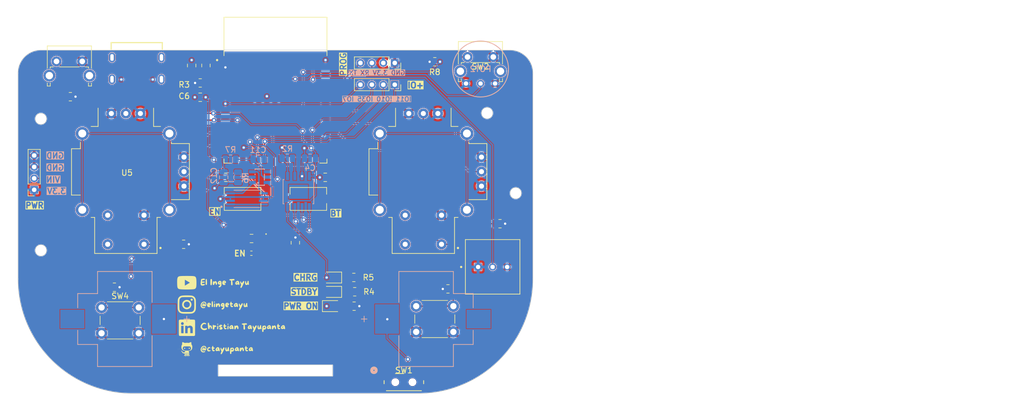
<source format=kicad_pcb>
(kicad_pcb (version 20240108) (generator "pcbnew") (generator_version "8.0")
  (layers (0 "F.Cu" signal) (31 "B.Cu" signal) (34 "B.Paste" user) (35 "F.Paste" user) (36 "B.SilkS" user "B.Silkscreen") (37 "F.SilkS" user "F.Silkscreen") (38 "B.Mask" user) (39 "F.Mask" user) (44 "Edge.Cuts" user))
  (net 0 "")
  (net 1 "VIN")
  (net 2 "GND")
  (net 3 "BT")
  (net 4 "+3.3V")
  (net 5 "EN")
  (net 6 "Net-(D1-A)")
  (net 7 "RX")
  (net 8 "TX")
  (net 9 "Net-(U2-PROG)")
  (net 10 "Net-(U2-*STDBY)")
  (net 11 "IO13")
  (net 12 "IO15")
  (net 13 "IO12")
  (net 14 "Net-(IC1-VCC)")
  (net 15 "Net-(U2-*CHRG)")
  (net 16 "IO35")
  (net 17 "Net-(IC1-OD)")
  (net 18 "Net-(IC1-CS)")
  (net 19 "Net-(IC1-OC)")
  (net 21 "Net-(Q1-Pad1)")
  (net 23 "IO5")
  (net 24 "IO6")
  (net 41 "unconnected-(U4-SHIELD-PadS1)")
  (net 42 "Net-(CHRG1-A)")
  (net 43 "Net-(CHRG1-K)")
  (net 44 "Net-(STDBY1-K)")
  (net 45 "IO10")
  (net 46 "IO11")
  (net 47 "IO40")
  (net 48 "IO38")
  (net 49 "IO37")
  (net 50 "IO8")
  (net 51 "IO7")
  (net 52 "IO17")
  (net 53 "IO18")
  (net 54 "IO9")
  (net 57 "unconnected-(U5-SHIELD-PadS1)")
  (net 64 "Net-(U1-EN)")
  (footprint "POT-COM_09806:POT-COM_09806" (layer "F.Cu") (at 114.11 119.665)
    (property "Reference" "POT1" (hide yes))
    (property "Value" "COM-09806" (hide yes))
  )
  (footprint "Connector_PinSocket_2.00mm:PinSocket_1x04_P2.00mm_Vertical" (layer "F.Cu") (at 97 84 -90)
    (property "Reference" "J4" (hide yes))
    (property "Value" "PROG" (hide yes))
  )
  (footprint "POT-COM-09032:POT-COM-09032" (layer "F.Cu") (at 102 103 180)
    (property "Reference" "U4" (hide yes))
    (property "Value" "COM-09032" (hide yes))
  )
  (footprint "Button_Switch_THT:SW_PUSH_6mm_H4.3mm" (layer "F.Cu") (at 100.75 126.515)
    (property "Reference" "SW5" (hide yes))
    (property "Value" "SW_Push" (hide yes))
  )
  (footprint "Capacitor_SMD:C_0805_2012Metric" (layer "F.Cu") (at 63 90)
    (property "Reference" "C6")
    (property "Value" "0.1uf" (hide yes))
  )
  (footprint "Resistor_SMD:R_0805_2012Metric" (layer "F.Cu") (at 115.4 112.1 180)
    (property "Reference" "R12" (hide yes))
    (property "Value" "4.7k" (hide yes))
  )
  (footprint "LED_SMD:LED_0805_2012Metric" (layer "F.Cu") (at 86.0375 124.015 180)
    (property "Reference" "STDBY1" (hide yes))
    (property "Value" "G 1K" (hide yes))
  )
  (footprint "MIC5504-1.8YM5-TR:SOT23-5P95_280X145XL45X37N" (layer "F.Cu") (at 76.21 115.41)
    (property "Reference" "U1" (hide yes))
    (property "Value" "MIC5504-1.8YM5-TR" (hide yes))
  )
  (footprint "LED_SMD:LED_0805_2012Metric" (layer "F.Cu") (at 86.0375 126.515)
    (property "Reference" "D1" (hide yes))
    (property "Value" "PWR ON" (hide yes))
  )
  (footprint "Resistor_SMD:R_0402_1005Metric" (layer "F.Cu") (at 71.94 117.26)
    (property "Reference" "R14" (hide yes))
    (property "Value" "R" (hide yes))
  )
  (footprint "Button_Switch_THT:SW_Tactile_SPST_Angled_PTS645Vx83-2LFS" (layer "F.Cu") (at 37.875 83.7275)
    (property "Reference" "SW3" (hide yes))
    (property "Value" "SW_Push" (hide yes))
  )
  (footprint "Capacitor_SMD:C_0805_2012Metric" (layer "F.Cu") (at 79.63 115.43 -90)
    (property "Reference" "C1" (hide yes))
    (property "Value" "1uF" (hide yes))
  )
  (footprint "Capacitor_SMD:C_0805_2012Metric" (layer "F.Cu") (at 84.85 104 180)
    (property "Reference" "C10" (hide yes))
    (property "Value" "0.1uf" (hide yes))
  )
  (footprint "Capacitor_SMD:C_0805_2012Metric" (layer "F.Cu") (at 71.97 114.69 180)
    (property "Reference" "C2" (hide yes))
    (property "Value" "1uF" (hide yes))
  )
  (footprint "Resistor_SMD:R_0805_2012Metric" (layer "F.Cu") (at 60.1 115.7 180)
    (property "Reference" "R13" (hide yes))
    (property "Value" "4.7k" (hide yes))
  )
  (footprint "Connector_PinSocket_2.00mm:PinSocket_1x04_P2.00mm_Vertical" (layer "F.Cu") (at 97 87.8 -90)
    (property "Reference" "J3" (hide yes))
    (property "Value" "IO+" (hide yes))
  )
  (footprint "LED_SMD:LED_0805_2012Metric" (layer "F.Cu") (at 86.0375 121.515 180)
    (property "Reference" "CHRG1" (hide yes))
    (property "Value" "R 1K" (hide yes))
  )
  (footprint "Capacitor_SMD:C_0805_2012Metric" (layer "F.Cu") (at 67.5 104 180)
    (property "Reference" "C9" (hide yes))
    (property "Value" "0.1uf" (hide yes))
  )
  (footprint "Capacitor_SMD:C_0805_2012Metric" (layer "F.Cu") (at 61.5 84.45 -90)
    (property "Reference" "C8" (hide yes))
    (property "Value" "0.1uf" (hide yes))
  )
  (footprint "Resistor_SMD:R_0805_2012Metric" (layer "F.Cu") (at 90 124 180)
    (property "Reference" "R4")
    (property "Value" "1k")
  )
  (footprint "Resistor_SMD:R_0805_2012Metric" (layer "F.Cu") (at 104 83.8)
    (property "Reference" "R8")
    (property "Value" "4.7k" (hide yes))
  )
  (footprint "Resistor_SMD:R_0805_2012Metric" (layer "F.Cu") (at 40.3 89.9 180)
    (property "Reference" "R9" (hide yes))
    (property "Value" "4.7k" (hide yes))
  )
  (footprint "Button_Switch_SMD:SW_Tactile_SPST_NO_Straight_CK_PTS636Sx25SMTRLFS" (layer "F.Cu") (at 81.9 107.765)
    (property "Reference" "BT3" (hide yes))
    (property "Value" "SW_Push" (hide yes))
  )
  (footprint "Connector_PinSocket_2.00mm:PinSocket_1x04_P2.00mm_Vertical" (layer "F.Cu") (at 33.975 106.175 180)
    (property "Reference" "J1" (hide yes))
    (property "Value" "PW" (hide yes))
  )
  (footprint "POT-COM-09032:POT-COM-09032" (layer "F.Cu") (at 50 103 180)
    (property "Reference" "U5")
    (property "Value" "COM-09032")
  )
  (footprint "Button_Switch_THT:SW_PUSH_6mm_H4.3mm" (layer "F.Cu") (at 45.75 126.75)
    (property "Reference" "SW4")
    (property "Value" "SW_Push")
  )
  (footprint "USB-C-GCT_USB4125-GF-A:GCT_USB4125-GF-A_REVA2" (layer "F.Cu") (at 51.9 83.85 180)
    (property "Reference" "J5" (hide yes))
    (property "Value" "USB4125-GF-A_REVA2" (hide yes))
  )
  (footprint "Button_Switch_SMD:SW_Tactile_SPST_NO_Straight_CK_PTS636Sx25SMTRLFS" (layer "F.Cu") (at 70.4 107.765)
    (property "Reference" "EN1" (hide yes))
    (property "Value" "SW_Push" (hide yes))
  )
  (footprint "Resistor_SMD:R_0805_2012Metric" (layer "F.Cu") (at 63 87.5)
    (property "Reference" "R3")
    (property "Value" "10K" (hide yes))
  )
  (footprint "SW-SLIDE:SLW-66527511-SMT-TR_CUD" (layer "F.Cu") (at 98.6 139.8)
    (property "Reference" "SW1")
    (property "Value" "SLW-66527511-SMT-TR")
  )
  (footprint "Symbol:REDES-SOCIALES-EIT" (layer "F.Cu") (at 68.427361 128.784616)
    (property "Reference" "G***" (hide yes))
    (property "Value" "LOGO" (hide yes))
  )
  (footprint "Resistor_SMD:R_0805_2012Metric" (layer "F.Cu") (at 89.9 126.515 180)
    (property "Reference" "R1" (hide yes))
    (property "Value" "330" (hide yes))
  )
  (footprint "Resistor_SMD:R_0805_2012Metric" (layer "F.Cu") (at 106.3 123.5)
    (property "Reference" "R11" (hide yes))
    (property "Value" "4.7k" (hide yes))
  )
  (footprint "Resistor_SMD:R_0805_2012Metric" (layer "F.Cu") (at 48 123.2 180)
    (property "Reference" "R10" (hide yes))
    (property "Value" "4.7k" (hide yes))
  )
  (footprint "Capacitor_SMD:C_0805_2012Metric" (layer "F.Cu") (at 64 84.45 -90)
    (property "Reference" "C7" (hide yes))
    (property "Value" "0.1uf" (hide yes))
  )
  (footprint "ESP32-S3:ESP32-S3-WROOM-1-N8R8" (layer "F.Cu") (at 76.15 88.765)
    (property "Reference" "U3" (hide yes))
    (property "Value" "ESP32-S3-WROOM-1-N8R8" (hide yes))
  )
  (footprint "Resistor_SMD:R_0805_2012Metric" (layer "F.Cu") (at 89.85 121.5 180)
    (property "Reference" "R5")
    (property "Value" "1k")
  )
  (footprint "Button_Switch_THT:SW_Tactile_SPST_Angled_PTS645Vx83-2LFS" (layer "F.Cu") (at 109.725 82.9625)
    (property "Reference" "SW2")
    (property "Value" "SW_Push")
  )
  (footprint "THUMBWHEELPOT1K:THUMBWHEEL POT 1K" (layer "B.Cu") (at 114.54 87.6 180)
    (property "Reference" "POT2")
    (property "Value" "91AR1KLF")
  )
  (footprint "Capacitor_SMD:C_0805_2012Metric" (layer "B.Cu") (at 67.1 104 -90)
    (property "Reference" "C12")
    (property "Value" "10uF" (hide yes))
  )
  (footprint "TP4056:TP4056" (layer "B.Cu") (at 80.165 106.5 -90)
    (property "Reference" "U2" (hide yes))
    (property "Value" "TP4056" (hide yes))
  )
  (footprint "BAT_254TR:BAT_254TR" (layer "B.Cu") (at 103.655 128.765)
    (property "Reference" "BT2" (hide yes))
    (property "Value" "254TR" (hide yes))
  )
  (footprint "Resistor_SMD:R_0805_2012Metric" (layer "B.Cu") (at 69.6 104 -90)
    (property "Reference" "R6")
    (property "Value" "1K")
  )
  (footprint "FS8205A:SOP65P640X120-8N" (layer "B.Cu") (at 71.15 107.765)
    (property "Reference" "Q1" (hide yes))
    (property "Value" "FS8205A" (hide yes))
  )
  (footprint "Capacitor_SMD:C_0805_2012Metric" (layer "B.Cu") (at 73.2 100.825)
    (property "Reference" "C11")
    (property "Value" "0.1uF")
  )
  (footprint "Capacitor_SMD:C_0805_2012Metric" (layer "B.Cu") (at 82.2 100.665)
    (property "Reference" "C4")
    (property "Value" "10uF" (hide yes))
  )
  (footprint "BAT_254TR:BAT_254TR" (layer "B.Cu") (at 48.645 128.765 180)
    (property "Reference" "BT1" (hide yes))
    (property "Value" "254TR" (hide yes))
  )
  (footprint "Resistor_SMD:R_0805_2012Metric" (layer "B.Cu") (at 78.214846 100.665 180)
    (property "Reference" "R2")
    (property "Value" "1,2K" (hide yes))
  )
  (footprint "DW01A:DW01A SOT23-6" (layer "B.Cu") (at 73.4 103.965 90)
    (property "Reference" "IC1" (hide yes))
    (property "Value" "DW01A" (hide yes))
    (property "VALUE" "DW01A" (hide yes))
  )
  (footprint "Resistor_SMD:R_0805_2012Metric" (layer "B.Cu") (at 68.3 100.825 180)
    (property "Reference" "R7")
    (property "Value" "100")
  )
  (gr_line (start 86.15 138.765) (end 86.15 136.765) (stroke (width 0.1)) (layer "Edge.Cuts"))
  (gr_circle (center 118.15 106.765) (end 119.15 106.765) (stroke (width 0.1)) (fill none) (layer "Edge.Cuts"))
  (gr_line (start 66.15 136.765) (end 86.15 136.765) (stroke (width 0.1)) (layer "Edge.Cuts"))
  (gr_line (start 121.15 121.765) (end 121.15 85.765) (stroke (width 0.1)) (layer "Edge.Cuts"))
  (gr_arc (start 121.15 121.765) (mid 115.292136 135.907136) (end 101.15 141.765) (stroke (width 0.1)) (layer "Edge.Cuts"))
  (gr_arc (start 31.15 85.765) (mid 32.321573 82.936573) (end 35.15 81.765) (stroke (width 0.1)) (layer "Edge.Cuts"))
  (gr_line (start 66.15 138.765) (end 86.15 138.765) (stroke (width 0.1)) (layer "Edge.Cuts"))
  (gr_arc (start 117.15 81.765) (mid 119.978427 82.936573) (end 121.15 85.765) (stroke (width 0.1)) (layer "Edge.Cuts"))
  (gr_arc (start 51.15 141.765) (mid 37.007864 135.907136) (end 31.15 121.765) (stroke (width 0.1)) (layer "Edge.Cuts"))
  (gr_line (start 35.15 81.765) (end 117.15 81.765) (stroke (width 0.1)) (layer "Edge.Cuts"))
  (gr_circle (center 113.15 92.765) (end 114.15 92.765) (stroke (width 0.1)) (fill none) (layer "Edge.Cuts"))
  (gr_line (start 66.15 136.765) (end 66.15 138.765) (stroke (width 0.1)) (layer "Edge.Cuts"))
  (gr_circle (center 35.15 93.765) (end 36.15 93.765) (stroke (width 0.1)) (fill none) (layer "Edge.Cuts"))
  (gr_circle (center 35.15 116.765) (end 36.15 116.765) (stroke (width 0.1)) (fill none) (layer "Edge.Cuts"))
  (gr_line (start 31.15 85.765) (end 31.15 121.765) (stroke (width 0.1)) (layer "Edge.Cuts"))
  (gr_line (start 51.15 141.765) (end 101.15 141.765) (stroke (width 0.1)) (layer "Edge.Cuts"))
  (gr_text "GND 3.3V RX TX" (at 98.9 86.2 0) (layer "B.SilkS" knockout) (effects (font (size 0.8 0.8) (thickness 0.15) (bold yes)) (justify left bottom mirror)))
  (gr_text "3.3V" (at 39.638094 107 0) (layer "B.SilkS" knockout) (effects (font (size 1 1) (thickness 0.2) (bold yes)) (justify left bottom mirror)))
  (gr_text "GND" (at 39.3 100.8 0) (layer "B.SilkS" knockout) (effects (font (size 1 1) (thickness 0.2) (bold yes)) (justify left bottom mirror)))
  (gr_text "GND" (at 39.3 102.9 0) (layer "B.SilkS" knockout) (effects (font (size 1 1) (thickness 0.2) (bold yes)) (justify left bottom mirror)))
  (gr_text "IO11 IO10 IO35 IO7" (at 100 90.8 0) (layer "B.SilkS" knockout) (effects (font (size 0.8 0.8) (thickness 0.15) (bold yes)) (justify left bottom mirror)))
  (gr_text "VIN" (at 38.6 105 0) (layer "B.SilkS" knockout) (effects (font (size 1 1) (thickness 0.2) (bold yes)) (justify left bottom mirror)))
  (gr_text "PWR" (at 32.3 109.5 0) (layer "F.SilkS" knockout) (effects (font (size 1 1) (thickness 0.25) (bold yes)) (justify left bottom)))
  (gr_text "IO+" (at 99.1 88.5 0) (layer "F.SilkS" knockout) (effects (font (size 1 1) (thickness 0.25) (bold yes)) (justify left bottom)))
  (gr_text "EN" (at 68.82 117.88 0) (layer "F.SilkS") (effects (font (size 1 1) (thickness 0.2) (bold yes)) (justify left bottom)))
  (gr_text "EN" (at 64.4 110.6 0) (layer "F.SilkS" knockout) (effects (font (size 1 1) (thickness 0.25) (bold yes)) (justify left bottom)))
  (gr_text "PWR ON" (at 77.4 127.1 0) (layer "F.SilkS" knockout) (effects (font (size 1 1) (thickness 0.25) (bold yes)) (justify left bottom)))
  (gr_text "STDBY" (at 78.7 124.6 0) (layer "F.SilkS" knockout) (effects (font (size 1 1) (thickness 0.25) (bold yes)) (justify left bottom)))
  (gr_text "BT" (at 85.6 110.9 0) (layer "F.SilkS" knockout) (effects (font (size 1 1) (thickness 0.25) (bold yes)) (justify left bottom)))
  (gr_text "CHRG" (at 79.2 122.1 0) (layer "F.SilkS" knockout) (effects (font (size 1 1) (thickness 0.25) (bold yes)) (justify left bottom)))
  (gr_text "PROG" (at 88.6 86.4 90) (layer "F.SilkS" knockout) (effects (font (size 1 1) (thickness 0.2) (bold yes)) (justify left bottom)))
  (segment (start 33.975 104.175) (end 36.175 104.175) (width 0.25) (layer "F.Cu") (net 1))
  (segment (start 38.2 114.7) (end 42.6 119.1) (width 0.25) (layer "F.Cu") (net 1))
  (segment (start 71.43 117.26) (end 71.43 118.76) (width 0.25) (layer "F.Cu") (net 1))
  (segment (start 67.1 118.67) (end 66.67 119.1) (width 0.25) (layer "F.Cu") (net 1))
  (segment (start 67.1 118.67) (end 67.1 119.03) (width 0.25) (layer "F.Cu") (net 1))
  (segment (start 75.07 114.46) (end 75.66 114.46) (width 0.25) (layer "F.Cu") (net 1))
  (segment (start 67.1 118.67) (end 67.53 119.1) (width 0.25) (layer "F.Cu") (net 1))
  (segment (start 71.11 119.1) (end 71.45 119.1) (width 0.25) (layer "F.Cu") (net 1))
  (segment (start 99.3 137.678399) (end 99.350001 137.7284) (width 0.25) (layer "F.Cu") (net 1))
  (segment (start 67.1 112.3) (end 67.1 118.67) (width 0.25) (layer "F.Cu") (net 1))
  (segment (start 71.43 118.76) (end 71.76 119.09) (width 0.25) (layer "F.Cu") (net 1))
  (segment (start 67.56 119.1) (end 71.11 119.1) (width 0.25) (layer "F.Cu") (net 1))
  (segment (start 75.66 114.46) (end 76.9 113.22) (width 0.25) (layer "F.Cu") (net 1))
  (segment (start 71.43 119.08) (end 71.45 119.1) (width 0.25) (layer "F.Cu") (net 1))
  (segment (start 73.15 114.46) (end 72.92 114.69) (width 0.25) (layer "F.Cu") (net 1))
  (segment (start 42.6 119.1) (end 66.67 119.1) (width 0.25) (layer "F.Cu") (net 1))
  (segment (start 71.45 119.1) (end 71.76 119.1) (width 0.25) (layer "F.Cu") (net 1))
  (segment (start 91.6 132.9) (end 96.349999 137.649999) (width 0.25) (layer "F.Cu") (net 1))
  (segment (start 71.43 118.76) (end 71.43 119.08) (width 0.25) (layer "F.Cu") (net 1))
  (segment (start 71.76 119.1) (end 72.74 119.1) (width 0.25) (layer "F.Cu") (net 1))
  (segment (start 71.43 118.76) (end 71.11 119.08) (width 0.25) (layer "F.Cu") (net 1))
  (segment (start 67.03 119.1) (end 67.56 119.1) (width 0.25) (layer "F.Cu") (net 1))
  (segment (start 96.349999 137.649999) (end 96.349999 137.7284) (width 0.25) (layer "F.Cu") (net 1))
  (segment (start 36.175 104.175) (end 38.2 106.2) (width 0.25) (layer "F.Cu") (net 1))
  (segment (start 82.03 113.22) (end 82.07 113.26) (width 0.25) (layer "F.Cu") (net 1))
  (segment (start 76.9 113.22) (end 82.03 113.22) (width 0.25) (layer "F.Cu") (net 1))
  (segment (start 75.07 114.46) (end 73.15 114.46) (width 0.25) (layer "F.Cu") (net 1))
  (segment (start 74.32 120.68) (end 74.32 128.42) (width 0.25) (layer "F.Cu") (net 1))
  (segment (start 38.2 106.2) (end 38.2 114.7) (width 0.25) (layer "F.Cu") (net 1))
  (segment (start 71.76 119.09) (end 71.76 119.1) (width 0.25) (layer "F.Cu") (net 1))
  (segment (start 71.11 119.08) (end 71.11 119.1) (width 0.25) (layer "F.Cu") (net 1))
  (segment (start 99.3 135.8) (end 99.3 137.678399) (width 0.25) (layer "F.Cu") (net 1))
  (segment (start 72.74 119.1) (end 74.32 120.68) (width 0.25) (layer "F.Cu") (net 1))
  (segment (start 78.8 132.9) (end 91.6 132.9) (width 0.25) (layer "F.Cu") (net 1))
  (segment (start 67.1 119.03) (end 67.03 119.1) (width 0.25) (layer "F.Cu") (net 1))
  (segment (start 66.67 119.1) (end 67.03 119.1) (width 0.25) (layer "F.Cu") (net 1))
  (segment (start 96.349999 137.7284) (end 99.350001 137.7284) (width 0.25) (layer "F.Cu") (net 1))
  (segment (start 70.53 112.3) (end 72.92 114.69) (width 0.25) (layer "F.Cu") (net 1))
  (segment (start 67.1 112.3) (end 70.53 112.3) (width 0.25) (layer "F.Cu") (net 1))
  (segment (start 67.2 112.2) (end 67.1 112.3) (width 0.25) (layer "F.Cu") (net 1))
  (segment (start 67.53 119.1) (end 67.56 119.1) (width 0.25) (layer "F.Cu") (net 1))
  (segment (start 74.32 128.42) (end 78.8 132.9) (width 0.25) (layer "F.Cu") (net 1))
  (via (at 99.3 135.8) (size 0.8) (drill 0.4) (layers "F.Cu" "B.Cu") (net 1))
  (via (at 67.1 112.3) (size 0.8) (drill 0.4) (layers "F.Cu" "B.Cu") (net 1))
  (via (at 82.07 113.26) (size 0.8) (drill 0.4) (layers "F.Cu" "B.Cu") (net 1))
  (via (at 95.7 128.8) (size 0.8) (drill 0.4) (layers "F.Cu" "B.Cu") (net 1))
  (segment (start 64.3 109.5) (end 64.3 104.3) (width 0.25) (layer "B.Cu") (net 1))
  (segment (start 67.1 101.1125) (end 67.3875 100.825) (width 0.25) (layer "B.Cu") (net 1))
  (segment (start 64.3 104.3) (end 65.55 103.05) (width 0.25) (layer "B.Cu") (net 1))
  (segment (start 67.1 103.05) (end 67.1 101.1125) (width 0.25) (layer "B.Cu") (net 1))
  (segment (start 95.65 132.15) (end 95.65 128.765) (width 0.25) (layer "B.Cu") (net 1))
  (segment (start 99.3 135.8) (end 95.65 132.15) (width 0.25) (layer "B.Cu") (net 1))
  (segment (start 82.07 113.26) (end 82.07 109.22415) (width 0.25) (layer "B.Cu") (net 1))
  (segment (start 67.1 112.3) (end 64.3 109.5) (width 0.25) (layer "B.Cu") (net 1))
  (segment (start 65.55 103.05) (end 67.1 103.05) (width 0.25) (layer "B.Cu") (net 1))
  (segment (start 80.8 103.8) (end 78.025 106.575) (width 0.25) (layer "F.Cu") (net 2))
  (segment (start 67.4 83.505) (end 64.005 83.505) (width 0.25) (layer "F.Cu") (net 2))
  (segment (start 64.005 83.505) (end 64 83.5) (width 0.25) (layer "F.Cu") (net 2))
  (segment (start 64 83.5) (end 61.5 83.5) (width 0.25) (layer "F.Cu") (net 2))
  (segment (start 78.025 106.575) (end 78.025 107.765) (width 0.25) (layer "F.Cu") (net 2))
  (segment (start 74.65 91.225) (end 74.65 89.825) (width 0.25) (layer "F.Cu") (net 2))
  (via (at 65.5 105.9) (size 0.8) (drill 0.4) (layers "F.Cu" "B.Cu") (net 2))
  (via (at 80.8 103.8) (size 0.8) (drill 0.4) (layers "F.Cu" "B.Cu") (net 2))
  (via (at 85.1 126.515) (size 0.8) (drill 0.4) (layers "F.Cu" "B.Cu") (net 2))
  (via (at 56.65 128.765) (size 0.8) (drill 0.4) (layers "F.Cu" "B.Cu") (net 2))
  (via (at 84.9 83.5) (size 0.8) (drill 0.4) (layers "F.Cu" "B.Cu") (net 2))
  (via (at 83.9 104) (size 0.8) (drill 0.4) (layers "F.Cu" "B.Cu") (net 2))
  (via (at 54.7 86.9) (size 0.8) (drill 0.4) (layers "F.Cu" "B.Cu") (net 2))
  (via (at 81.2 98.9) (size 0.8) (drill 0.4) (layers "F.Cu" "B.Cu") (net 2))
  (via (at 62.05 90) (size 0.8) (drill 0.4) (layers "F.Cu" "B.Cu") (net 2))
  (via (at 70.6 98.8) (size 0.8) (drill 0.4) (layers "F.Cu" "B.Cu") (net 2))
  (via (at 74.65 89.825) (size 0.8) (drill 0.4) (layers "F.Cu" "B.Cu") (net 2))
  (via (at 77.3 98.8) (size 0.8) (drill 0.4) (layers "F.Cu" "B.Cu") (net 2))
  (via (at 66.525 107.765) (size 0.8) (drill 0.4) (layers "F.Cu" "B.Cu") (net 2))
  (via (at 49.2 86.9) (size 0.8) (drill 0.4) (layers "F.Cu" "B.Cu") (net 2))
  (via (at 61.5 83.5) (size 0.8) (drill 0.4) (layers "F.Cu" "B.Cu") (net 2))
  (segment (start 75.6 107.2) (end 75.6 105.815) (width 0.25) (layer "B.Cu") (net 2))
  (segment (start 74.088604 100.825) (end 72.063604 98.8) (width 0.25) (layer "B.Cu") (net 2))
  (segment (start 74.03 107.44) (end 68.27 107.44) (width 0.25) (layer "B.Cu") (net 2))
  (segment (start 75.6 105.815) (end 74.7 104.915) (width 0.25) (layer "B.Cu") (net 2))
  (segment (start 77.302346 98.802346) (end 77.3 98.8) (width 0.25) (layer "B.Cu") (net 2))
  (segment (start 68.27 108.09) (end 68.27 107.44) (width 0.25) (layer "B.Cu") (net 2))
  (segment (start 78.26 103.77585) (end 78.26 101.622654) (width 0.25) (layer "B.Cu") (net 2))
  (segment (start 67.1 104.95) (end 66.45 104.95) (width 0.25) (layer "B.Cu") (net 2))
  (segment (start 66.85 107.44) (end 66.525 107.765) (width 0.25) (layer "B.Cu") (net 2))
  (segment (start 74.03 107.44) (end 74.03 108.09) (width 0.25) (layer "B.Cu") (net 2))
  (segment (start 80.8 103.8) (end 80.8 101.115) (width 0.25) (layer "B.Cu") (net 2))
  (segment (start 81.25 98.95) (end 81.2 98.9) (width 0.25) (layer "B.Cu") (net 2))
  (segment (start 74.15 100.825) (end 74.088604 100.825) (width 0.25) (layer "B.Cu") (net 2))
  (segment (start 74.03 107.44) (end 75.36 107.44) (width 0.25) (layer "B.Cu") (net 2))
  (segment (start 69.6 104.9125) (end 67.1375 104.9125) (width 0.25) (layer "B.Cu") (net 2))
  (segment (start 75.36 107.44) (end 75.6 107.2) (width 0.25) (layer "B.Cu") (net 2))
  (segment (start 81.25 100.665) (end 81.25 98.95) (width 0.25) (layer "B.Cu") (net 2))
  (segment (start 80.8 101.115) (end 81.25 100.665) (width 0.25) (layer "B.Cu") (net 2))
  (segment (start 72.063604 98.8) (end 70.6 98.8) (width 0.25) (layer "B.Cu") (net 2))
  (segment (start 67.1375 104.9125) (end 67.1 104.95) (width 0.25) (layer "B.Cu") (net 2))
  (segment (start 80.8 103.77585) (end 80.8 103.8) (width 0.25) (layer "B.Cu") (net 2))
  (segment (start 66.45 104.95) (end 65.5 105.9) (width 0.25) (layer "B.Cu") (net 2))
  (segment (start 77.302346 100.665) (end 77.302346 98.802346) (width 0.25) (layer "B.Cu") (net 2))
  (segment (start 68.27 107.44) (end 66.85 107.44) (width 0.25) (layer "B.Cu") (net 2))
  (segment (start 78.26 101.622654) (end 77.302346 100.665) (width 0.25) (layer "B.Cu") (net 2))
  (segment (start 85.8 107.74) (end 85.775 107.765) (width 0.25) (layer "F.Cu") (net 3))
  (segment (start 85.8 104) (end 85.8 100.915) (width 0.25) (layer "F.Cu") (net 3))
  (segment (start 85.8 100.915) (end 84.9 100.015) (width 0.25) (layer "F.Cu") (net 3))
  (segment (start 85.8 104) (end 85.8 107.74) (width 0.25) (layer "F.Cu") (net 3))
  (segment (start 61.5 86.9125) (end 62.0875 87.5) (width 0.25) (layer "F.Cu") (net 4))
  (segment (start 64.625 84.775) (end 64 85.4) (width 0.25) (layer "F.Cu") (net 4))
  (segment (start 79.64 114.51) (end 79.64 114.49) (width 0.25) (layer "F.Cu") (net 4))
  (segment (start 62.0875 87.5) (end 62.1 87.5) (width 0.25) (layer "F.Cu") (net 4))
  (segment (start 67.4 84.775) (end 64.625 84.775) (width 0.25) (layer "F.Cu") (net 4))
  (segment (start 61.5 85.4) (end 64 85.4) (width 0.25) (layer "F.Cu") (net 4))
  (segment (start 79.64 114.49) (end 79.61 114.46) (width 0.25) (layer "F.Cu") (net 4))
  (segment (start 61.5 85.4) (end 61.5 86.9125) (width 0.25) (layer "F.Cu") (net 4))
  (segment (start 79.64 114.49) (end 79.63 114.48) (width 0.25) (layer "F.Cu") (net 4))
  (segment (start 79.61 114.46) (end 77.35 114.46) (width 0.25) (layer "F.Cu") (net 4))
  (segment (start 62.1 87.5) (end 62.1 87.5125) (width 0.25) (layer "F.Cu") (net 4))
  (segment (start 62.1 87.5125) (end 62.0875 87.5) (width 0.25) (layer "F.Cu") (net 4))
  (via (at 48.9 123.2) (size 0.8) (drill 0.4) (layers "F.Cu" "B.Cu") (net 4))
  (via (at 62.1 87.5) (size 0.8) (drill 0.4) (layers "F.Cu" "B.Cu") (net 4))
  (via (at 103.1 83.8) (size 0.8) (drill 0.4) (layers "F.Cu" "B.Cu") (net 4))
  (via (at 41.2 89.9) (size 0.8) (drill 0.4) (layers "F.Cu" "B.Cu") (net 4))
  (via (at 105.4 123.51) (size 0.8) (drill 0.4) (layers "F.Cu" "B.Cu") (net 4))
  (via (at 61.0125 115.7) (size 0.8) (drill 0.4) (layers "F.Cu" "B.Cu") (net 4))
  (via (at 67.4 84.775) (size 0.8) (drill 0.4) (layers "F.Cu" "B.Cu") (net 4))
  (via (at 116.3 112.1) (size 0.8) (drill 0.4) (layers "F.Cu" "B.Cu") (net 4))
  (via (at 90.8125 126.515) (size 0.8) (drill 0.4) (layers "F.Cu" "B.Cu") (net 4))
  (via (at 79.64 114.51) (size 0.8) (drill 0.4) (layers "F.Cu" "B.Cu") (net 4))
  (segment (start 67 115.7) (end 61.0125 115.7) (width 0.25) (layer "B.Cu") (net 4))
  (segment (start 69.74 112.96) (end 67 115.7) (width 0.25) (layer "B.Cu") (net 4))
  (segment (start 78.09 112.96) (end 69.74 112.96) (width 0.25) (layer "B.Cu") (net 4))
  (segment (start 79.64 114.51) (end 78.09 112.96) (width 0.25) (layer "B.Cu") (net 4))
  (segment (start 65.3675 86.045) (end 63.9125 87.5) (width 0.25) (layer "F.Cu") (net 5))
  (segment (start 71.4 104) (end 68.45 104) (width 0.25) (layer "F.Cu") (net 5))
  (segment (start 63.9125 89.9625) (end 63.95 90) (width 0.25) (layer "F.Cu") (net 5))
  (segment (start 65.375 100.925) (end 68.45 104) (width 0.25) (layer "F.Cu") (net 5))
  (segment (start 74.275 107.765) (end 74.275 106.875) (width 0.25) (layer "F.Cu") (net 5))
  (segment (start 63.9125 87.5) (end 63.9125 89.9625) (width 0.25) (layer "F.Cu") (net 5))
  (segment (start 67.4 86.045) (end 65.3675 86.045) (width 0.25) (layer "F.Cu") (net 5))
  (segment (start 74.275 106.875) (end 71.4 104) (width 0.25) (layer "F.Cu") (net 5))
  (via (at 63.95 90) (size 0.8) (drill 0.4) (layers "F.Cu" "B.Cu") (net 5))
  (via (at 65.375 100.925) (size 0.8) (drill 0.4) (layers "F.Cu" "B.Cu") (net 5))
  (segment (start 64.5 100.05) (end 64.5 90.55) (width 0.25) (layer "B.Cu") (net 5))
  (segment (start 65.375 100.925) (end 64.5 100.05) (width 0.25) (layer "B.Cu") (net 5))
  (segment (start 64.5 90.55) (end 63.95 90) (width 0.25) (layer "B.Cu") (net 5))
  (segment (start 86.975 126.515) (end 88.9875 126.515) (width 0.25) (layer "F.Cu") (net 6))
  (segment (start 93 84) (end 93 84.9) (width 0.25) (layer "F.Cu") (net 7))
  (segment (start 87.215 88.585) (end 84.9 88.585) (width 0.25) (layer "F.Cu") (net 7))
  (segment (start 91.7 86.2) (end 89.6 86.2) (width 0.25) (layer "F.Cu") (net 7))
  (segment (start 93 84.9) (end 91.7 86.2) (width 0.25) (layer "F.Cu") (net 7))
  (segment (start 89.6 86.2) (end 87.215 88.585) (width 0.25) (layer "F.Cu") (net 7))
  (segment (start 91 84) (end 87.685 87.315) (width 0.25) (layer "F.Cu") (net 8))
  (segment (start 87.685 87.315) (end 84.9 87.315) (width 0.25) (layer "F.Cu") (net 8))
  (segment (start 79.53 101.067654) (end 79.127346 100.665) (width 0.25) (layer "B.Cu") (net 9))
  (segment (start 79.53 103.77585) (end 79.53 101.067654) (width 0.25) (layer "B.Cu") (net 9))
  (segment (start 92.6 118.8) (end 92.6 123.3) (width 0.25) (layer "F.Cu") (net 10))
  (segment (start 91.9 124) (end 90.9125 124) (width 0.25) (layer "F.Cu") (net 10))
  (segment (start 85.2 111.4) (end 92.6 118.8) (width 0.25) (layer "F.Cu") (net 10))
  (segment (start 81.1 111.4) (end 85.2 111.4) (width 0.25) (layer "F.Cu") (net 10))
  (segment (start 92.6 123.3) (end 91.9 124) (width 0.25) (layer "F.Cu") (net 10))
  (via (at 81.1 111.4) (size 0.8) (drill 0.4) (layers "F.Cu" "B.Cu") (net 10))
  (segment (start 80.8 111.1) (end 81.1 111.4) (width 0.25) (layer "B.Cu") (net 10))
  (segment (start 80.8 109.22415) (end 80.8 111.1) (width 0.25) (layer "B.Cu") (net 10))
  (segment (start 70.9 95.4) (end 74.2 95.4) (width 0.25) (layer "F.Cu") (net 11))
  (segment (start 37.875 83.7275) (end 39.3875 85.24) (width 0.25) (layer "F.Cu") (net 11))
  (segment (start 74.2 95.4) (end 75.7 96.9) (width 0.25) (layer "F.Cu") (net 11))
  (segment (start 75.7 99.18) (end 76.785 100.265) (width 0.25) (layer "F.Cu") (net 11))
  (segment (start 76.785 100.265) (end 76.785 101.265) (width 0.25) (layer "F.Cu") (net 11))
  (segment (start 55.936396 88.8) (end 42.9 88.8) (width 0.25) (layer "F.Cu") (net 11))
  (segment (start 69.5 94) (end 70.9 95.4) (width 0.25) (layer "F.Cu") (net 11))
  (segment (start 39.3875 85.24) (end 39.3875 87.5) (width 0.25) (layer "F.Cu") (net 11))
  (segment (start 41.6 87.5) (end 39.3875 87.5) (width 0.25) (layer "F.Cu") (net 11))
  (segment (start 61.136396 94) (end 55.936396 88.8) (width 0.25) (layer "F.Cu") (net 11))
  (segment (start 39.3875 87.5) (end 39.3875 89.9) (width 0.25) (layer "F.Cu") (net 11))
  (segment (start 65.4 94) (end 61.136396 94) (width 0.25) (layer "F.Cu") (net 11))
  (segment (start 42.9 88.8) (end 41.6 87.5) (width 0.25) (layer "F.Cu") (net 11))
  (segment (start 75.7 96.9) (end 75.7 99.18) (width 0.25) (layer "F.Cu") (net 11))
  (via (at 69.5 94) (size 0.8) (drill 0.4) (layers "F.Cu" "B.Cu") (net 11))
  (via (at 65.4 94) (size 0.8) (drill 0.4) (layers "F.Cu" "B.Cu") (net 11))
  (segment (start 69.5 94) (end 65.4 94) (width 0.25) (layer "B.Cu") (net 11))
  (segment (start 105.75 82.9625) (end 104.9125 83.8) (width 0.25) (layer "F.Cu") (net 12))
  (segment (start 70.295 92.395) (end 72.2 94.3) (width 0.25) (layer "F.Cu") (net 12))
  (segment (start 72.2 94.3) (end 78 94.3) (width 0.25) (layer "F.Cu") (net 12))
  (segment (start 81 91.3) (end 81 85.6) (width 0.25) (layer "F.Cu") (net 12))
  (segment (start 67.4 92.395) (end 70.295 92.395) (width 0.25) (layer "F.Cu") (net 12))
  (segment (start 78 94.3) (end 81 91.3) (width 0.25) (layer "F.Cu") (net 12))
  (segment (start 109.725 82.9625) (end 105.75 82.9625) (width 0.25) (layer "F.Cu") (net 12))
  (via (at 81 85.6) (size 0.8) (drill 0.4) (layers "F.Cu" "B.Cu") (net 12))
  (via (at 104.9125 83.8) (size 0.8) (drill 0.4) (layers "F.Cu" "B.Cu") (net 12))
  (segment (start 104.9125 83.8) (end 103.1125 85.6) (width 0.25) (layer "B.Cu") (net 12))
  (segment (start 103.1125 85.6) (end 81 85.6) (width 0.25) (layer "B.Cu") (net 12))
  (segment (start 66.71 110.4) (end 74.5 110.4) (width 0.25) (layer "F.Cu") (net 13))
  (segment (start 65.3 116.8) (end 65.3 111.81) (width 0.25) (layer "F.Cu") (net 13))
  (segment (start 49.6 126.75) (end 49.2 126.75) (width 0.25) (layer "F.Cu") (net 13))
  (segment (start 51.1 118.1) (end 64 118.1) (width 0.25) (layer "F.Cu") (net 13))
  (segment (start 49.25 126.4) (end 49.6 126.75) (width 0.25) (layer "F.Cu") (net 13))
  (segment (start 52.25 126.75) (end 49.6 126.75) (width 0.25) (layer "F.Cu") (net 13))
  (segment (start 45.75 126.75) (end 47.0875 125.4125) (width 0.25) (layer "F.Cu") (net 13))
  (segment (start 49.2 126.75) (end 48.8 126.75) (width 0.25) (layer "F.Cu") (net 13))
  (segment (start 50.9 123.6) (end 50.9 121.3) (width 0.25) (layer "F.Cu") (net 13))
  (segment (start 49.2 126.4) (end 49.2 125.3) (width 0.25) (layer "F.Cu") (net 13))
  (segment (start 49.2 125.3) (end 50.9 123.6) (width 0.25) (layer "F.Cu") (net 13))
  (segment (start 47.0875 125.4125) (end 47.0875 123.2) (width 0.25) (layer "F.Cu") (net 13))
  (segment (start 51 118.2) (end 51.1 118.1) (width 0.25) (layer "F.Cu") (net 13))
  (segment (start 65.3 111.81) (end 66.71 110.4) (width 0.25) (layer "F.Cu") (net 13))
  (segment (start 49.15 126.4) (end 48.8 126.75) (width 0.25) (layer "F.Cu") (net 13))
  (segment (start 48.8 126.75) (end 45.75 126.75) (width 0.25) (layer "F.Cu") (net 13))
  (segment (start 64 118.1) (end 65.3 116.8) (width 0.25) (layer "F.Cu") (net 13))
  (segment (start 49.2 126.75) (end 49.2 126.4) (width 0.25) (layer "F.Cu") (net 13))
  (segment (start 49.25 126.4) (end 49.15 126.4) (width 0.25) (layer "F.Cu") (net 13))
  (segment (start 49.2 126.4) (end 49.25 126.4) (width 0.25) (layer "F.Cu") (net 13))
  (segment (start 74.5 110.4) (end 75.515 109.385) (width 0.25) (layer "F.Cu") (net 13))
  (segment (start 75.515 109.385) (end 75.515 101.265) (width 0.25) (layer "F.Cu") (net 13))
  (via (at 51 118.2) (size 0.8) (drill 0.4) (layers "F.Cu" "B.Cu") (net 13))
  (via (at 50.9 121.3) (size 0.8) (drill 0.4) (layers "F.Cu" "B.Cu") (net 13))
  (segment (start 50.9 121.3) (end 50.9 118.3) (width 0.25) (layer "B.Cu") (net 13))
  (segment (start 50.9 118.3) (end 51 118.2) (width 0.25) (layer "B.Cu") (net 13))
  (segment (start 74.7 103.965) (end 74.065 103.965) (width 0.25) (layer "B.Cu") (net 14))
  (segment (start 69.2125 100.825) (end 72.25 100.825) (width 0.25) (layer "B.Cu") (net 14))
  (segment (start 73.7 103.6) (end 73.7 102.275) (width 0.25) (layer "B.Cu") (net 14))
  (segment (start 73.7 102.275) (end 72.25 100.825) (width 0.25) (layer "B.Cu") (net 14))
  (segment (start 74.065 103.965) (end 73.7 103.6) (width 0.25) (layer "B.Cu") (net 14))
  (segment (start 86.8 118.8) (end 85.5 117.5) (width 0.25) (layer "F.Cu") (net 15))
  (segment (start 80.3 112.3) (end 79.7 111.7) (width 0.25) (layer "F.Cu") (net 15))
  (segment (start 89.1 118.8) (end 86.8 118.8) (width 0.25) (layer "F.Cu") (net 15))
  (segment (start 90.7625 120.4625) (end 89.1 118.8) (width 0.25) (layer "F.Cu") (net 15))
  (segment (start 85.5 117.5) (end 85.5 113.2) (width 0.25) (layer "F.Cu") (net 15))
  (segment (start 84.6 112.3) (end 80.3 112.3) (width 0.25) (layer "F.Cu") (net 15))
  (segment (start 85.5 113.2) (end 84.6 112.3) (width 0.25) (layer "F.Cu") (net 15))
  (segment (start 90.7625 121.5) (end 90.7625 120.4625) (width 0.25) (layer "F.Cu") (net 15))
  (via (at 79.7 111.7) (size 0.8) (drill 0.4) (layers "F.Cu" "B.Cu") (net 15))
  (segment (start 79.53 111.53) (end 79.53 109.22415) (width 0.25) (layer "B.Cu") (net 15))
  (segment (start 79.7 111.7) (end 79.53 111.53) (width 0.25) (layer "B.Cu") (net 15))
  (segment (start 82.6 97.8) (end 82.6 95.7) (width 0.25) (layer "F.Cu") (net 16))
  (segment (start 83.545 98.745) (end 82.6 97.8) (width 0.25) (layer "F.Cu") (net 16))
  (segment (start 84.9 98.745) (end 83.545 98.745) (width 0.25) (layer "F.Cu") (net 16))
  (via (at 82.6 95.7) (size 0.8) (drill 0.4) (layers "F.Cu" "B.Cu") (net 16))
  (segment (start 93 89.5) (end 93 87.8) (width 0.25) (layer "B.Cu") (net 16))
  (segment (start 88.7 93.8) (end 93 89.5) (width 0.25) (layer "B.Cu") (net 16))
  (segment (start 84.5 93.8) (end 88.7 93.8) (width 0.25) (layer "B.Cu") (net 16))
  (segment (start 82.6 95.7) (end 84.5 93.8) (width 0.25) (layer "B.Cu") (net 16))
  (segment (start 72.1 105.1) (end 70.41 106.79) (width 0.25) (layer "B.Cu") (net 17))
  (segment (start 72.1 104.915) (end 72.1 105.1) (width 0.25) (layer "B.Cu") (net 17))
  (segment (start 70.41 106.79) (end 68.27 106.79) (width 0.25) (layer "B.Cu") (net 17))
  (segment (start 70.4775 103.965) (end 69.6 103.0875) (width 0.25) (layer "B.Cu") (net 18))
  (segment (start 72.1 103.965) (end 70.4775 103.965) (width 0.25) (layer "B.Cu") (net 18))
  (segment (start 73.25 106.01) (end 74.03 106.79) (width 0.25) (layer "B.Cu") (net 19))
  (segment (start 72.95 103.015) (end 73.25 103.315) (width 0.25) (layer "B.Cu") (net 19))
  (segment (start 72.1 103.015) (end 72.95 103.015) (width 0.25) (layer "B.Cu") (net 19))
  (segment (start 73.25 103.315) (end 73.25 106.01) (width 0.25) (layer "B.Cu") (net 19))
  (segment (start 68.27 108.74) (end 74.03 108.74) (width 0.25) (layer "B.Cu") (net 21))
  (segment (start 70.778604 88.585) (end 67.4 88.585) (width 0.25) (layer "F.Cu") (net 23))
  (segment (start 82.712299 85.212299) (end 81.2 83.7) (width 0.25) (layer "F.Cu") (net 23))
  (segment (start 81.2 83.7) (end 75.663604 83.7) (width 0.25) (layer "F.Cu") (net 23))
  (segment (start 75.663604 83.7) (end 70.778604 88.585) (width 0.25) (layer "F.Cu") (net 23))
  (segment (start 82.712299 86.912299) (end 82.712299 85.212299) (width 0.25) (layer "F.Cu") (net 23))
  (via (at 82.712299 86.912299) (size 0.8) (drill 0.4) (layers "F.Cu" "B.Cu") (net 23))
  (segment (start 102.263604 86.5) (end 114.11 98.346396) (width 0.25) (layer "B.Cu") (net 23))
  (segment (start 114.11 98.346396) (end 114.11 119.665) (width 0.25) (layer "B.Cu") (net 23))
  (segment (start 83.124598 86.5) (end 102.263604 86.5) (width 0.25) (layer "B.Cu") (net 23))
  (segment (start 82.712299 86.912299) (end 83.124598 86.5) (width 0.25) (layer "B.Cu") (net 23))
  (segment (start 70.145 89.855) (end 67.4 89.855) (width 0.25) (layer "F.Cu") (net 24))
  (segment (start 73.2 86.8) (end 70.145 89.855) (width 0.25) (layer "F.Cu") (net 24))
  (segment (start 79.6 86.8) (end 73.2 86.8) (width 0.25) (layer "F.Cu") (net 24))
  (via (at 79.6 86.8) (size 0.8) (drill 0.4) (layers "F.Cu" "B.Cu") (net 24))
  (segment (start 112 88.4) (end 112 87.6) (width 0.25) (layer "B.Cu") (net 24))
  (segment (start 81.8 86.8) (end 82.55 86.05) (width 0.25) (layer "B.Cu") (net 24))
  (segment (start 79.6 86.8) (end 81.8 86.8) (width 0.25) (layer "B.Cu") (net 24))
  (segment (start 102.45 86.05) (end 106.1 89.7) (width 0.25) (layer "B.Cu") (net 24))
  (segment (start 82.55 86.05) (end 102.45 86.05) (width 0.25) (layer "B.Cu") (net 24))
  (segment (start 110.7 89.7) (end 112 88.4) (width 0.25) (layer "B.Cu") (net 24))
  (segment (start 106.1 89.7) (end 110.7 89.7) (width 0.25) (layer "B.Cu") (net 24))
  (segment (start 94.38 96.3325) (end 94.38 109.6675) (width 0.25) (layer "B.Cu") (net 41))
  (segment (start 109.62 109.6675) (end 109.62 96.3325) (width 0.25) (layer "B.Cu") (net 41))
  (segment (start 94.38 96.3325) (end 109.62 96.3325) (width 0.25) (layer "B.Cu") (net 41))
  (segment (start 55 88.35) (end 56.122792 88.35) (width 0.25) (layer "F.Cu") (net 42))
  (segment (start 60.572792 92.8) (end 65.3 92.8) (width 0.25) (layer "F.Cu") (net 42))
  (segment (start 53.99 88.35) (end 55 88.35) (width 0.25) (layer "F.Cu") (net 42))
  (segment (start 53.42 86.12) (end 53.42 86.93) (width 0.25) (layer "F.Cu") (net 42))
  (segment (start 50.38 85.92) (end 50.7 85.6) (width 0.25) (layer "F.Cu") (net 42))
  (segment (start 50.38 86.93) (end 50.38 85.92) (width 0.25) (layer "F.Cu") (net 42))
  (segment (start 53.42 86.93) (end 53.42 87.78) (width 0.25) (layer "F.Cu") (net 42))
  (segment (start 53.42 87.78) (end 53.99 88.35) (width 0.25) (layer "F.Cu") (net 42))
  (segment (start 52.9 85.6) (end 53.42 86.12) (width 0.25) (layer "F.Cu") (net 42))
  (segment (start 56.122792 88.35) (end 56.386396 88.613604) (width 0.25) (layer "F.Cu") (net 42))
  (segment (start 50.7 85.6) (end 52.9 85.6) (width 0.25) (layer "F.Cu") (net 42))
  (segment (start 80.9 95.9) (end 80.9 97.4) (width 0.25) (layer "F.Cu") (net 42))
  (segment (start 80.9 97.4) (end 82.4 98.9) (width 0.25) (layer "F.Cu") (net 42))
  (segment (start 56.386396 88.613604) (end 60.572792 92.8) (width 0.25) (layer "F.Cu") (net 42))
  (segment (start 85.1 121.515) (end 85.1 124.015) (width 0.25) (layer "F.Cu") (net 42))
  (via (at 65.3 92.8) (size 0.8) (drill 0.4) (layers "F.Cu" "B.Cu") (net 42))
  (via (at 82.4 98.9) (size 0.8) (drill 0.4) (layers "F.Cu" "B.Cu") (net 42))
  (via (at 80.9 95.9) (size 0.8) (drill 0.4) (layers "F.Cu" "B.Cu") (net 42))
  (via (at 85.1 121.515) (size 0.8) (drill 0.4) (layers "F.Cu" "B.Cu") (net 42))
  (segment (start 83.15 107.1241) (end 83.15 104.1) (width 0.25) (layer "B.Cu") (net 42))
  (segment (start 79.8 94.8) (end 80.9 95.9) (width 0.25) (layer "B.Cu") (net 42))
  (segment (start 83.12585 103.77585) (end 83.15 103.8) (width 0.25) (layer "B.Cu") (net 42))
  (segment (start 83.15 103.4) (end 83.15 100.665) (width 0.25) (layer "B.Cu") (net 42))
  (segment (start 78.951 108.0823) (end 82.1918 108.0823) (width 0.25) (layer "B.Cu") (net 42))
  (segment (start 83.15 99.65) (end 82.4 98.9) (width 0.25) (layer "B.Cu") (net 42))
  (segment (start 83.15 104.1) (end 83.15 103.8) (width 0.25) (layer "B.Cu") (net 42))
  (segment (start 82.1918 108.0823) (end 83.15 107.1241) (width 0.25) (layer "B.Cu") (net 42))
  (segment (start 85.1 121.515) (end 85.1 118.5) (width 0.25) (layer "B.Cu") (net 42))
  (segment (start 82.8 103.77585) (end 83.12585 103.77585) (width 0.25) (layer "B.Cu") (net 42))
  (segment (start 78.26 109.22415) (end 78.26 108.7733) (width 0.25) (layer "B.Cu") (net 42))
  (segment (start 71.9 94.8) (end 74.2 94.8) (width 0.25) (layer "B.Cu") (net 42))
  (segment (start 74.2 94.8) (end 79.8 94.8) (width 0.25) (layer "B.Cu") (net 42))
  (segment (start 65.3 92.8) (end 69.9 92.8) (width 0.25) (layer "B.Cu") (net 42))
  (segment (start 83.15 100.665) (end 83.15 99.65) (width 0.25) (layer "B.Cu") (net 42))
  (segment (start 85.1 118.5) (end 78.26 111.66) (width 0.25) (layer "B.Cu") (net 42))
  (segment (start 82.07 103.77585) (end 82.8 103.77585) (width 0.25) (layer "B.Cu") (net 42))
  (segment (start 71.5 94.4) (end 71.9 94.8) (width 0.25) (layer "B.Cu") (net 42))
  (segment (start 78.26 108.7733) (end 78.951 108.0823) (width 0.25) (layer "B.Cu") (net 42))
  (segment (start 69.9 92.8) (end 71.5 94.4) (width 0.25) (layer "B.Cu") (net 42))
  (segment (start 82.8 103.77585) (end 82.8 103.75) (width 0.25) (layer "B.Cu") (net 42))
  (segment (start 83.15 103.8) (end 83.15 103.4) (width 0.25) (layer "B.Cu") (net 42))
  (segment (start 82.8 103.75) (end 83.15 104.1) (width 0.25) (layer "B.Cu") (net 42))
  (segment (start 78.26 111.66) (end 78.26 109.22415) (width 0.25) (layer "B.Cu") (net 42))
  (segment (start 82.8 103.75) (end 83.15 103.4) (width 0.25) (layer "B.Cu") (net 42))
  (segment (start 86.975 121.515) (end 88.9225 121.515) (width 0.25) (layer "F.Cu") (net 43))
  (segment (start 88.9225 121.515) (end 88.9375 121.5) (width 0.25) (layer "F.Cu") (net 43))
  (segment (start 86.975 124.015) (end 89.0725 124.015) (width 0.25) (layer "F.Cu") (net 44))
  (segment (start 89.0725 124.015) (end 89.0875 124) (width 0.25) (layer "F.Cu") (net 44))
  (segment (start 72.975 97.025) (end 72.975 101.265) (width 0.25) (layer "F.Cu") (net 45))
  (segment (start 73 97) (end 72.975 97.025) (width 0.25) (layer "F.Cu") (net 45))
  (via (at 73 97) (size 0.8) (drill 0.4) (layers "F.Cu" "B.Cu") (net 45))
  (segment (start 95 89.8) (end 95 87.8) (width 0.25) (layer "B.Cu") (net 45))
  (segment (start 73 97) (end 84.4 97) (width 0.25) (layer "B.Cu") (net 45))
  (segment (start 88.5 96.3) (end 95 89.8) (width 0.25) (layer "B.Cu") (net 45))
  (segment (start 85.1 96.3) (end 88.5 96.3) (width 0.25) (layer "B.Cu") (net 45))
  (segment (start 84.4 97) (end 85.1 96.3) (width 0.25) (layer "B.Cu") (net 45))
  (segment (start 74.245 97.7795) (end 74.245 101.265) (width 0.25) (layer "F.Cu") (net 46))
  (segment (start 74.3 97.7245) (end 74.245 97.7795) (width 0.25) (layer "F.Cu") (net 46))
  (via (at 74.3 97.7245) (size 0.8) (drill 0.4) (layers "F.Cu" "B.Cu") (net 46))
  (segment (start 90 97) (end 97 90) (width 0.25) (layer "B.Cu") (net 46))
  (segment (start 74.3 97.7245) (end 74.3245 97.7) (width 0.25) (layer "B.Cu") (net 46))
  (segment (start 97 90) (end 97 87.8) (width 0.25) (layer "B.Cu") (net 46))
  (segment (start 85.2 97.7) (end 85.9 97) (width 0.25) (layer "B.Cu") (net 46))
  (segment (start 74.3245 97.7) (end 85.2 97.7) (width 0.25) (layer "B.Cu") (net 46))
  (segment (start 85.9 97) (end 90 97) (width 0.25) (layer "B.Cu") (net 46))
  (segment (start 91.805 92.395) (end 84.9 92.395) (width 0.25) (layer "F.Cu") (net 47))
  (segment (start 110 103) (end 107.6 100.6) (width 0.25) (layer "F.Cu") (net 47))
  (segment (start 93.6 90.6) (end 91.805 92.395) (width 0.25) (layer "F.Cu") (net 47))
  (segment (start 105.5 90.6) (end 93.6 90.6) (width 0.25) (layer "F.Cu") (net 47))
  (segment (start 112.16 103) (end 110 103) (width 0.25) (layer "F.Cu") (net 47))
  (segment (start 107.6 100.6) (end 107.6 92.7) (width 0.25) (layer "F.Cu") (net 47))
  (segment (start 107.6 92.7) (end 105.5 90.6) (width 0.25) (layer "F.Cu") (net 47))
  (segment (start 87.065 94.935) (end 84.9 94.935) (width 0.25) (layer "F.Cu") (net 48))
  (segment (start 102 92.84) (end 102 93.8) (width 0.25) (layer "F.Cu") (net 48))
  (segment (start 87.4 94.6) (end 87.065 94.935) (width 0.25) (layer "F.Cu") (net 48))
  (segment (start 102 93.8) (end 101.2 94.6) (width 0.25) (layer "F.Cu") (net 48))
  (segment (start 101.2 94.6) (end 87.4 94.6) (width 0.25) (layer "F.Cu") (net 48))
  (segment (start 114.4875 112.1) (end 110.6 112.1) (width 0.25) (layer "F.Cu") (net 49))
  (segment (start 101.8 104.2) (end 96.9 99.3) (width 0.25) (layer "F.Cu") (net 49))
  (segment (start 96.9 99.3) (end 90.2 99.3) (width 0.25) (layer "F.Cu") (net 49))
  (segment (start 105.175 115.7) (end 101.8 112.325) (width 0.25) (layer "F.Cu") (net 49))
  (segment (start 101.8 112.325) (end 101.8 104.2) (width 0.25) (layer "F.Cu") (net 49))
  (segment (start 110.6 112.1) (end 107 115.7) (width 0.25) (layer "F.Cu") (net 49))
  (segment (start 87.105 96.205) (end 84.9 96.205) (width 0.25) (layer "F.Cu") (net 49))
  (segment (start 90.2 99.3) (end 87.105 96.205) (width 0.25) (layer "F.Cu") (net 49))
  (segment (start 107 115.7) (end 105.175 115.7) (width 0.25) (layer "F.Cu") (net 49))
  (segment (start 59.1875 115.7) (end 56.7 115.7) (width 0.25) (layer "F.Cu") (net 50))
  (segment (start 56.7 115.7) (end 56.3 115.7) (width 0.25) (layer "F.Cu") (net 50))
  (segment (start 56.3 115.3) (end 55.9 115.7) (width 0.25) (layer "F.Cu") (net 50))
  (segment (start 55.2 115.7) (end 53.175 115.7) (width 0.25) (layer "F.Cu") (net 50))
  (segment (start 56.3 115.3) (end 56.3 115.7) (width 0.25) (layer "F.Cu") (net 50))
  (segment (start 55.9 115.7) (end 55.2 115.7) (width 0.25) (layer "F.Cu") (net 50))
  (segment (start 64.4 106) (end 56.3 114.1) (width 0.25) (layer "F.Cu") (net 50))
  (segment (start 56.3 115.3) (end 56.7 115.7) (width 0.25) (layer "F.Cu") (net 50))
  (segment (start 64.4 98.8) (end 64.4 106) (width 0.25) (layer "F.Cu") (net 50))
  (segment (start 56.3 115.7) (end 55.2 115.7) (width 0.25) (layer "F.Cu") (net 50))
  (segment (start 67.4 97.475) (end 65.725 97.475) (width 0.25) (layer "F.Cu") (net 50))
  (segment (start 65.725 97.475) (end 64.4 98.8) (width 0.25) (layer "F.Cu") (net 50))
  (segment (start 56.3 114.1) (end 56.3 115.3) (width 0.25) (layer "F.Cu") (net 50))
  (via (at 67.4 91.125) (size 0.8) (drill 0.4) (layers "F.Cu" "B.Cu") (net 51))
  (segment (start 67.4 91.125) (end 87.675 91.125) (width 0.25) (layer "B.Cu") (net 51))
  (segment (start 87.675 91.125) (end 91 87.8) (width 0.25) (layer "B.Cu") (net 51))
  (segment (start 61.435 94.935) (end 56.8 90.3) (width 0.25) (layer "F.Cu") (net 52))
  (segment (start 51.7 90.3) (end 50 92) (width 0.25) (layer "F.Cu") (net 52))
  (segment (start 67.4 94.935) (end 61.435 94.935) (width 0.25) (layer "F.Cu") (net 52))
  (segment (start 50 92) (end 50 92.84) (width 0.25) (layer "F.Cu") (net 52))
  (segment (start 56.8 90.3) (end 51.7 90.3) (width 0.25) (layer "F.Cu") (net 52))
  (segment (start 64.695 96.205) (end 63.4 97.5) (width 0.25) (layer "F.Cu") (net 53))
  (segment (start 63.4 101.2) (end 61.6 103) (width 0.25) (layer "F.Cu") (net 53))
  (segment (start 63.4 97.5) (end 63.4 101.2) (width 0.25) (layer "F.Cu") (net 53))
  (segment (start 67.4 96.205) (end 64.695 96.205) (width 0.25) (layer "F.Cu") (net 53))
  (segment (start 61.6 103) (end 60.16 103) (width 0.25) (layer "F.Cu") (net 53))
  (segment (start 104 124.4) (end 99 119.4) (width 0.25) (layer "F.Cu") (net 54))
  (segment (start 71.7 101.26) (end 71.705 101.265) (width 0.25) (layer "F.Cu") (net 54))
  (segment (start 104 126.515) (end 104 124.4) (width 0.25) (layer "F.Cu") (net 54))
  (segment (start 99 119.4) (end 94.5 119.4) (width 0.25) (layer "F.Cu") (net 54))
  (segment (start 94.5 119.4) (end 86.9 111.8) (width 0.25) (layer "F.Cu") (net 54))
  (segment (start 76.9 110.6) (end 76.5 110.2) (width 0.25) (layer "F.Cu") (net 54))
  (segment (start 107.2125 123.5) (end 107.2125 126.4775) (width 0.25) (layer "F.Cu") (net 54))
  (segment (start 76.5 110.2) (end 76.5 104.3) (width 0.25) (layer "F.Cu") (net 54))
  (segment (start 104 126.515) (end 107.25 126.515) (width 0.25) (layer "F.Cu") (net 54))
  (segment (start 86.9 111.8) (end 85.7 110.6) (width 0.25) (layer "F.Cu") (net 54))
  (segment (start 85.7 110.6) (end 76.9 110.6) (width 0.25) (layer "F.Cu") (net 54))
  (segment (start 71.7 97.8) (end 71.7 101.26) (width 0.25) (layer "F.Cu") (net 54))
  (segment (start 107.2125 126.4775) (end 107.25 126.515) (width 0.25) (layer "F.Cu") (net 54))
  (segment (start 100.75 126.515) (end 104 126.515) (width 0.25) (layer "F.Cu") (net 54))
  (via (at 71.7 97.8) (size 0.8) (drill 0.4) (layers "F.Cu" "B.Cu") (net 54))
  (via (at 76.5 104.3) (size 0.8) (drill 0.4) (layers "F.Cu" "B.Cu") (net 54))
  (segment (start 74.2495 98.4495) (end 76 100.2) (width 0.25) (layer "B.Cu") (net 54))
  (segment (start 72.3495 98.4495) (end 74.2495 98.4495) (width 0.25) (layer "B.Cu") (net 54))
  (segment (start 71.7 97.8) (end 72.3495 98.4495) (width 0.25) (layer "B.Cu") (net 54))
  (segment (start 76 100.2) (end 76 103.8) (width 0.25) (layer "B.Cu") (net 54))
  (segment (start 76 103.8) (end 76.5 104.3) (width 0.25) (layer "B.Cu") (net 54))
  (segment (start 57.62 96.3325) (end 42.38 96.3325) (width 0.25) (layer "B.Cu") (net 57))
  (segment (start 57.62 96.3325) (end 57.62 109.6675) (width 0.25) (layer "B.Cu") (net 57))
  (segment (start 42.38 109.6675) (end 42.38 96.3325) (width 0.25) (layer "B.Cu") (net 57))
  (segment (start 74.17 117.26) (end 75.07 116.36) (width 0.25) (layer "F.Cu") (net 64))
  (segment (start 72.45 117.26) (end 74.17 117.26) (width 0.25) (layer "F.Cu") (net 64))
  (zone (net 2) (net_name "GND") (layer "F.Cu") (connect_pads (clearance 0)) (min_thickness 0.25) (fill yes (thermal_gap 0.5) (thermal_bridge_width 0.5))
    (polygon (pts (xy 28 73) (xy 125 73) (xy 125 145) (xy 28 145)))
  )
  (zone (net 4) (net_name "+3.3V") (layer "B.Cu") (priority 1) (connect_pads (clearance 0)) (min_thickness 0.25) (fill yes (thermal_gap 0.5) (thermal_bridge_width 0.5))
    (polygon (pts (xy 30 75) (xy 123 75) (xy 123 143) (xy 30 143)))
  )
)
</source>
